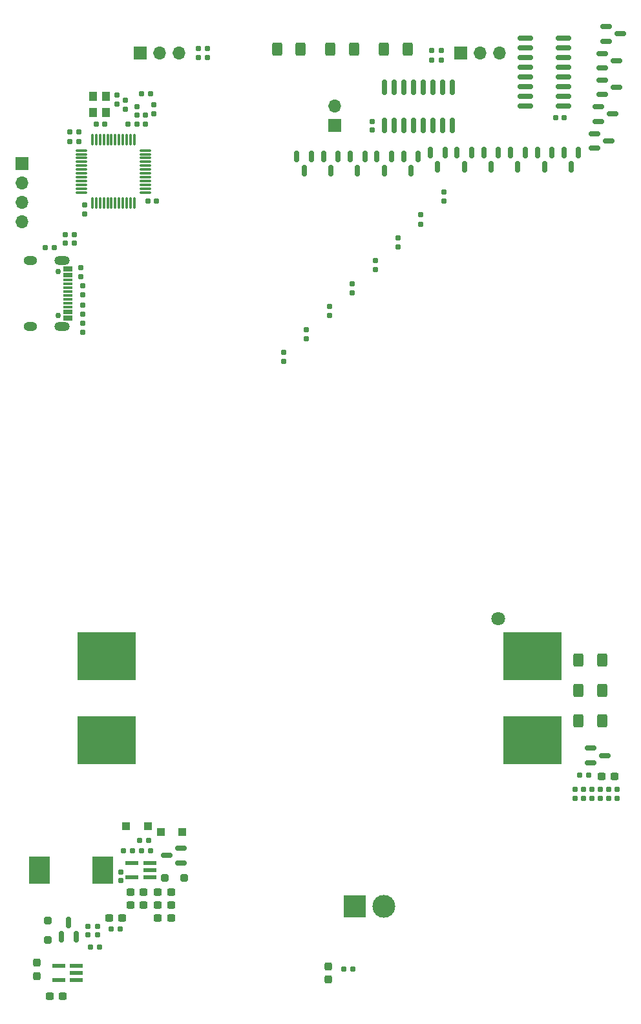
<source format=gbr>
%TF.GenerationSoftware,KiCad,Pcbnew,8.0.3*%
%TF.CreationDate,2024-07-19T04:01:03+08:00*%
%TF.ProjectId,pcb_badge,7063625f-6261-4646-9765-2e6b69636164,rev?*%
%TF.SameCoordinates,Original*%
%TF.FileFunction,Soldermask,Bot*%
%TF.FilePolarity,Negative*%
%FSLAX46Y46*%
G04 Gerber Fmt 4.6, Leading zero omitted, Abs format (unit mm)*
G04 Created by KiCad (PCBNEW 8.0.3) date 2024-07-19 04:01:03*
%MOMM*%
%LPD*%
G01*
G04 APERTURE LIST*
G04 Aperture macros list*
%AMRoundRect*
0 Rectangle with rounded corners*
0 $1 Rounding radius*
0 $2 $3 $4 $5 $6 $7 $8 $9 X,Y pos of 4 corners*
0 Add a 4 corners polygon primitive as box body*
4,1,4,$2,$3,$4,$5,$6,$7,$8,$9,$2,$3,0*
0 Add four circle primitives for the rounded corners*
1,1,$1+$1,$2,$3*
1,1,$1+$1,$4,$5*
1,1,$1+$1,$6,$7*
1,1,$1+$1,$8,$9*
0 Add four rect primitives between the rounded corners*
20,1,$1+$1,$2,$3,$4,$5,0*
20,1,$1+$1,$4,$5,$6,$7,0*
20,1,$1+$1,$6,$7,$8,$9,0*
20,1,$1+$1,$8,$9,$2,$3,0*%
G04 Aperture macros list end*
%ADD10R,1.700000X1.700000*%
%ADD11O,1.700000X1.700000*%
%ADD12R,3.000000X3.000000*%
%ADD13C,3.000000*%
%ADD14RoundRect,0.155000X0.212500X0.155000X-0.212500X0.155000X-0.212500X-0.155000X0.212500X-0.155000X0*%
%ADD15RoundRect,0.150000X-0.150000X0.587500X-0.150000X-0.587500X0.150000X-0.587500X0.150000X0.587500X0*%
%ADD16RoundRect,0.160000X0.160000X-0.197500X0.160000X0.197500X-0.160000X0.197500X-0.160000X-0.197500X0*%
%ADD17RoundRect,0.075000X-0.075000X0.662500X-0.075000X-0.662500X0.075000X-0.662500X0.075000X0.662500X0*%
%ADD18RoundRect,0.075000X-0.662500X0.075000X-0.662500X-0.075000X0.662500X-0.075000X0.662500X0.075000X0*%
%ADD19RoundRect,0.237500X-0.300000X-0.237500X0.300000X-0.237500X0.300000X0.237500X-0.300000X0.237500X0*%
%ADD20R,1.805236X0.612132*%
%ADD21RoundRect,0.250000X-0.250000X0.250000X-0.250000X-0.250000X0.250000X-0.250000X0.250000X0.250000X0*%
%ADD22RoundRect,0.160000X-0.160000X0.197500X-0.160000X-0.197500X0.160000X-0.197500X0.160000X0.197500X0*%
%ADD23RoundRect,0.250000X0.400000X0.625000X-0.400000X0.625000X-0.400000X-0.625000X0.400000X-0.625000X0*%
%ADD24C,0.750000*%
%ADD25R,1.300000X0.300000*%
%ADD26O,1.800000X1.200000*%
%ADD27O,2.000000X1.200000*%
%ADD28RoundRect,0.160000X-0.197500X-0.160000X0.197500X-0.160000X0.197500X0.160000X-0.197500X0.160000X0*%
%ADD29RoundRect,0.237500X-0.237500X0.300000X-0.237500X-0.300000X0.237500X-0.300000X0.237500X0.300000X0*%
%ADD30RoundRect,0.150000X-0.587500X-0.150000X0.587500X-0.150000X0.587500X0.150000X-0.587500X0.150000X0*%
%ADD31RoundRect,0.160000X0.197500X0.160000X-0.197500X0.160000X-0.197500X-0.160000X0.197500X-0.160000X0*%
%ADD32RoundRect,0.155000X-0.212500X-0.155000X0.212500X-0.155000X0.212500X0.155000X-0.212500X0.155000X0*%
%ADD33RoundRect,0.155000X-0.155000X0.212500X-0.155000X-0.212500X0.155000X-0.212500X0.155000X0.212500X0*%
%ADD34RoundRect,0.150000X0.587500X0.150000X-0.587500X0.150000X-0.587500X-0.150000X0.587500X-0.150000X0*%
%ADD35RoundRect,0.150000X-0.850000X-0.150000X0.850000X-0.150000X0.850000X0.150000X-0.850000X0.150000X0*%
%ADD36RoundRect,0.250000X-0.300000X-0.300000X0.300000X-0.300000X0.300000X0.300000X-0.300000X0.300000X0*%
%ADD37RoundRect,0.150000X-0.150000X0.850000X-0.150000X-0.850000X0.150000X-0.850000X0.150000X0.850000X0*%
%ADD38RoundRect,0.237500X0.300000X0.237500X-0.300000X0.237500X-0.300000X-0.237500X0.300000X-0.237500X0*%
%ADD39C,1.800000*%
%ADD40RoundRect,0.102000X3.725000X3.050000X-3.725000X3.050000X-3.725000X-3.050000X3.725000X-3.050000X0*%
%ADD41R,2.700000X3.600000*%
%ADD42RoundRect,0.155000X0.155000X-0.212500X0.155000X0.212500X-0.155000X0.212500X-0.155000X-0.212500X0*%
%ADD43R,1.100000X1.300000*%
%ADD44RoundRect,0.150000X0.150000X-0.587500X0.150000X0.587500X-0.150000X0.587500X-0.150000X-0.587500X0*%
%ADD45RoundRect,0.250000X0.250000X0.250000X-0.250000X0.250000X-0.250000X-0.250000X0.250000X-0.250000X0*%
%ADD46RoundRect,0.250000X0.300000X0.300000X-0.300000X0.300000X-0.300000X-0.300000X0.300000X-0.300000X0*%
G04 APERTURE END LIST*
D10*
%TO.C,J5*%
X133500000Y-34500000D03*
D11*
X136040000Y-34500000D03*
X138580000Y-34500000D03*
%TD*%
D10*
%TO.C,J7*%
X117000000Y-44000000D03*
D11*
X117000000Y-41460000D03*
%TD*%
D12*
%TO.C,J2*%
X119592500Y-146250000D03*
D13*
X123472500Y-146250000D03*
%TD*%
D10*
%TO.C,J4*%
X91500000Y-34500000D03*
D11*
X94040000Y-34500000D03*
X96580000Y-34500000D03*
%TD*%
D10*
%TO.C,J3*%
X76000002Y-49000000D03*
D11*
X76000002Y-51540000D03*
X76000002Y-54080000D03*
X76000002Y-56620000D03*
%TD*%
D14*
%TO.C,C40*%
X147067502Y-43000000D03*
X145932502Y-43000000D03*
%TD*%
D15*
%TO.C,Q90*%
X140050002Y-47562500D03*
X141950002Y-47562500D03*
X141000002Y-49437500D03*
%TD*%
D16*
%TO.C,R24*%
X83700000Y-63797500D03*
X83700000Y-62602500D03*
%TD*%
D17*
%TO.C,U3*%
X85250002Y-45837500D03*
X85750002Y-45837500D03*
X86250002Y-45837500D03*
X86750002Y-45837500D03*
X87250002Y-45837500D03*
X87750002Y-45837500D03*
X88250002Y-45837500D03*
X88750002Y-45837500D03*
X89250002Y-45837500D03*
X89750002Y-45837500D03*
X90250002Y-45837500D03*
X90750002Y-45837500D03*
D18*
X92162502Y-47250000D03*
X92162502Y-47750000D03*
X92162502Y-48250000D03*
X92162502Y-48750000D03*
X92162502Y-49250000D03*
X92162502Y-49750000D03*
X92162502Y-50250000D03*
X92162502Y-50750000D03*
X92162502Y-51250000D03*
X92162502Y-51750000D03*
X92162502Y-52250000D03*
X92162502Y-52750000D03*
D17*
X90750002Y-54162500D03*
X90250002Y-54162500D03*
X89750002Y-54162500D03*
X89250002Y-54162500D03*
X88750002Y-54162500D03*
X88250002Y-54162500D03*
X87750002Y-54162500D03*
X87250002Y-54162500D03*
X86750002Y-54162500D03*
X86250002Y-54162500D03*
X85750002Y-54162500D03*
X85250002Y-54162500D03*
D18*
X83837502Y-52750000D03*
X83837502Y-52250000D03*
X83837502Y-51750000D03*
X83837502Y-51250000D03*
X83837502Y-50750000D03*
X83837502Y-50250000D03*
X83837502Y-49750000D03*
X83837502Y-49250000D03*
X83837502Y-48750000D03*
X83837502Y-48250000D03*
X83837502Y-47750000D03*
X83837502Y-47250000D03*
%TD*%
D19*
%TO.C,C24*%
X93837502Y-146100000D03*
X95562502Y-146100000D03*
%TD*%
D20*
%TO.C,U1*%
X83150483Y-154049999D03*
X83150483Y-155000000D03*
X83150483Y-155950001D03*
X80849517Y-155950001D03*
X80849517Y-154049999D03*
%TD*%
D21*
%TO.C,D9*%
X79400002Y-148150000D03*
X79400002Y-150650000D03*
%TD*%
D22*
%TO.C,R97*%
X131300002Y-52702500D03*
X131300002Y-53897500D03*
%TD*%
D23*
%TO.C,R164*%
X112550000Y-34000000D03*
X109450000Y-34000000D03*
%TD*%
D14*
%TO.C,C32*%
X83467502Y-46100000D03*
X82332502Y-46100000D03*
%TD*%
D24*
%TO.C,J1*%
X80810000Y-68900000D03*
X80810000Y-63100000D03*
D25*
X82070000Y-69350000D03*
X82070000Y-68550000D03*
X82070000Y-67250000D03*
X82070000Y-66250000D03*
X82070000Y-65750000D03*
X82070000Y-64750000D03*
X82070000Y-63450000D03*
X82070000Y-62650000D03*
X82070000Y-62950000D03*
X82070000Y-63750000D03*
X82070000Y-64250000D03*
X82070000Y-65250000D03*
X82070000Y-66750000D03*
X82070000Y-67750000D03*
X82070000Y-68250000D03*
X82070000Y-69050000D03*
D26*
X77130000Y-70330000D03*
D27*
X81310000Y-70330000D03*
D26*
X77130000Y-61670000D03*
D27*
X81310000Y-61670000D03*
%TD*%
D16*
%TO.C,R32*%
X148500000Y-132097500D03*
X148500000Y-130902500D03*
%TD*%
D28*
%TO.C,R10*%
X85002502Y-151600000D03*
X86197502Y-151600000D03*
%TD*%
D29*
%TO.C,C11*%
X78000000Y-153637500D03*
X78000000Y-155362500D03*
%TD*%
D16*
%TO.C,R36*%
X150700000Y-132097500D03*
X150700000Y-130902500D03*
%TD*%
D30*
%TO.C,Q9*%
X150562502Y-127450000D03*
X150562502Y-125550000D03*
X152437502Y-126500000D03*
%TD*%
D16*
%TO.C,R4*%
X93300000Y-42497500D03*
X93300000Y-41302500D03*
%TD*%
%TO.C,R35*%
X151800000Y-132097500D03*
X151800000Y-130902500D03*
%TD*%
D23*
%TO.C,R165*%
X152050000Y-114000000D03*
X148950000Y-114000000D03*
%TD*%
D19*
%TO.C,C25*%
X93837502Y-144400000D03*
X95562502Y-144400000D03*
%TD*%
D31*
%TO.C,R17*%
X82897502Y-58300000D03*
X81702502Y-58300000D03*
%TD*%
D32*
%TO.C,C30*%
X92532502Y-53900000D03*
X93667502Y-53900000D03*
%TD*%
%TO.C,C38*%
X85732502Y-43800000D03*
X86867502Y-43800000D03*
%TD*%
D31*
%TO.C,R19*%
X85897502Y-150000000D03*
X84702502Y-150000000D03*
%TD*%
D16*
%TO.C,R21*%
X89600000Y-41897500D03*
X89600000Y-40702500D03*
%TD*%
D29*
%TO.C,C60*%
X116200000Y-154137500D03*
X116200000Y-155862500D03*
%TD*%
D15*
%TO.C,Q99*%
X115550002Y-48062500D03*
X117450002Y-48062500D03*
X116500002Y-49937500D03*
%TD*%
D16*
%TO.C,R34*%
X152900000Y-132097500D03*
X152900000Y-130902500D03*
%TD*%
%TO.C,R31*%
X149600000Y-132097500D03*
X149600000Y-130902500D03*
%TD*%
D31*
%TO.C,R20*%
X83497502Y-44800000D03*
X82302502Y-44800000D03*
%TD*%
D22*
%TO.C,R96*%
X128300002Y-55702500D03*
X128300002Y-56897500D03*
%TD*%
D19*
%TO.C,C20*%
X87437502Y-147800000D03*
X89162502Y-147800000D03*
%TD*%
D31*
%TO.C,R23*%
X92897502Y-139000000D03*
X91702502Y-139000000D03*
%TD*%
D16*
%TO.C,R6*%
X99100000Y-35097500D03*
X99100000Y-33902500D03*
%TD*%
D22*
%TO.C,R95*%
X125300002Y-58702500D03*
X125300002Y-59897500D03*
%TD*%
D33*
%TO.C,C21*%
X89000002Y-141732500D03*
X89000002Y-142867500D03*
%TD*%
D15*
%TO.C,Q91*%
X143550002Y-47562500D03*
X145450002Y-47562500D03*
X144500002Y-49437500D03*
%TD*%
D30*
%TO.C,Q94*%
X151562502Y-43450000D03*
X151562502Y-41550000D03*
X153437502Y-42500000D03*
%TD*%
D33*
%TO.C,C37*%
X88500000Y-40032500D03*
X88500000Y-41167500D03*
%TD*%
D28*
%TO.C,R11*%
X91702500Y-39800000D03*
X92897500Y-39800000D03*
%TD*%
D15*
%TO.C,Q915*%
X136550002Y-47562500D03*
X138450002Y-47562500D03*
X137500002Y-49437500D03*
%TD*%
D31*
%TO.C,R5*%
X92597502Y-137600000D03*
X91402502Y-137600000D03*
%TD*%
D22*
%TO.C,R90*%
X110300002Y-73702500D03*
X110300002Y-74897500D03*
%TD*%
D15*
%TO.C,Q98*%
X112050002Y-48062500D03*
X113950002Y-48062500D03*
X113000002Y-49937500D03*
%TD*%
D14*
%TO.C,C33*%
X91067500Y-43800000D03*
X89932500Y-43800000D03*
%TD*%
D34*
%TO.C,Q2*%
X96837502Y-138650000D03*
X96837502Y-140550000D03*
X94962502Y-139600000D03*
%TD*%
D23*
%TO.C,R166*%
X126550000Y-34000000D03*
X123450000Y-34000000D03*
%TD*%
D19*
%TO.C,C10*%
X79637500Y-158000000D03*
X81362500Y-158000000D03*
%TD*%
D22*
%TO.C,R92*%
X116300002Y-67702500D03*
X116300002Y-68897500D03*
%TD*%
D16*
%TO.C,R9*%
X129700000Y-35397500D03*
X129700000Y-34202500D03*
%TD*%
D28*
%TO.C,R16*%
X81702502Y-59400000D03*
X82897502Y-59400000D03*
%TD*%
D15*
%TO.C,Q911*%
X122550002Y-48062500D03*
X124450002Y-48062500D03*
X123500002Y-49937500D03*
%TD*%
%TO.C,Q912*%
X126050002Y-48062500D03*
X127950002Y-48062500D03*
X127000002Y-49937500D03*
%TD*%
D35*
%TO.C,U4*%
X142000000Y-41445000D03*
X142000000Y-40175000D03*
X142000000Y-38905000D03*
X142000000Y-37635000D03*
X142000000Y-36365000D03*
X142000000Y-35095000D03*
X142000000Y-33825000D03*
X142000000Y-32555000D03*
X147000000Y-32555000D03*
X147000000Y-33825000D03*
X147000000Y-35095000D03*
X147000000Y-36365000D03*
X147000000Y-37635000D03*
X147000000Y-38905000D03*
X147000000Y-40175000D03*
X147000000Y-41445000D03*
%TD*%
D32*
%TO.C,C1*%
X87732502Y-149250000D03*
X88867502Y-149250000D03*
%TD*%
D33*
%TO.C,C31*%
X84200002Y-54432500D03*
X84200002Y-55567500D03*
%TD*%
D36*
%TO.C,D2*%
X89700002Y-135750000D03*
X92500002Y-135750000D03*
%TD*%
D15*
%TO.C,Q914*%
X133050002Y-47562500D03*
X134950002Y-47562500D03*
X134000002Y-49437500D03*
%TD*%
D37*
%TO.C,U8*%
X123555000Y-39000000D03*
X124825000Y-39000000D03*
X126095000Y-39000000D03*
X127365000Y-39000000D03*
X128635000Y-39000000D03*
X129905000Y-39000000D03*
X131175000Y-39000000D03*
X132445000Y-39000000D03*
X132445000Y-44000000D03*
X131175000Y-44000000D03*
X129905000Y-44000000D03*
X128635000Y-44000000D03*
X127365000Y-44000000D03*
X126095000Y-44000000D03*
X124825000Y-44000000D03*
X123555000Y-44000000D03*
%TD*%
D31*
%TO.C,R3*%
X80297500Y-60000000D03*
X79102500Y-60000000D03*
%TD*%
D33*
%TO.C,C34*%
X91100000Y-41532500D03*
X91100000Y-42667500D03*
%TD*%
D23*
%TO.C,R162*%
X152050000Y-122000000D03*
X148950000Y-122000000D03*
%TD*%
D20*
%TO.C,U2*%
X92750485Y-140549999D03*
X92750485Y-141500000D03*
X92750485Y-142450001D03*
X90449519Y-142450001D03*
X90449519Y-140549999D03*
%TD*%
D22*
%TO.C,R2*%
X84000000Y-65002500D03*
X84000000Y-66197500D03*
%TD*%
D38*
%TO.C,C22*%
X91962502Y-144400000D03*
X90237502Y-144400000D03*
%TD*%
%TO.C,C92*%
X153662500Y-129200000D03*
X151937500Y-129200000D03*
%TD*%
D22*
%TO.C,R1*%
X84000000Y-67502500D03*
X84000000Y-68697500D03*
%TD*%
D16*
%TO.C,R7*%
X131000002Y-35397500D03*
X131000002Y-34202500D03*
%TD*%
D15*
%TO.C,Q92*%
X147050002Y-47562500D03*
X148950002Y-47562500D03*
X148000002Y-49437500D03*
%TD*%
D28*
%TO.C,R18*%
X84702502Y-148900000D03*
X85897502Y-148900000D03*
%TD*%
D16*
%TO.C,R33*%
X154000000Y-132097500D03*
X154000000Y-130902500D03*
%TD*%
D39*
%TO.C,BT1*%
X138450000Y-108550000D03*
D40*
X87125000Y-113500000D03*
X142875000Y-113500000D03*
X142875000Y-124500000D03*
X87125000Y-124500000D03*
%TD*%
D15*
%TO.C,Q910*%
X119050002Y-48062500D03*
X120950002Y-48062500D03*
X120000002Y-49937500D03*
%TD*%
D22*
%TO.C,R93*%
X119300002Y-64702500D03*
X119300002Y-65897500D03*
%TD*%
D38*
%TO.C,C26*%
X91962502Y-146100000D03*
X90237502Y-146100000D03*
%TD*%
D41*
%TO.C,L20*%
X78350002Y-141500000D03*
X86650002Y-141500000D03*
%TD*%
D16*
%TO.C,R25*%
X84000000Y-71097500D03*
X84000000Y-69902500D03*
%TD*%
D30*
%TO.C,Q96*%
X152062502Y-36450000D03*
X152062502Y-34550000D03*
X153937502Y-35500000D03*
%TD*%
D23*
%TO.C,R167*%
X119550000Y-34000000D03*
X116450000Y-34000000D03*
%TD*%
D16*
%TO.C,R8*%
X100300000Y-35097500D03*
X100300000Y-33902500D03*
%TD*%
D42*
%TO.C,C80*%
X121900000Y-44567500D03*
X121900000Y-43432500D03*
%TD*%
D19*
%TO.C,C23*%
X93837502Y-147800000D03*
X95562502Y-147800000D03*
%TD*%
D28*
%TO.C,R22*%
X89302502Y-139000000D03*
X90497502Y-139000000D03*
%TD*%
D22*
%TO.C,R91*%
X113300002Y-70702500D03*
X113300002Y-71897500D03*
%TD*%
D28*
%TO.C,R61*%
X118202500Y-154500000D03*
X119397500Y-154500000D03*
%TD*%
D23*
%TO.C,R163*%
X152050000Y-118000000D03*
X148950000Y-118000000D03*
%TD*%
D43*
%TO.C,Y1*%
X87025000Y-40150000D03*
X87025000Y-42250000D03*
X85375000Y-42250000D03*
X85375000Y-40150000D03*
%TD*%
D22*
%TO.C,R94*%
X122300002Y-61702500D03*
X122300002Y-62897500D03*
%TD*%
D44*
%TO.C,Q1*%
X83112502Y-150237500D03*
X81212502Y-150237500D03*
X82162502Y-148362500D03*
%TD*%
D45*
%TO.C,D1*%
X97250002Y-142500000D03*
X94750002Y-142500000D03*
%TD*%
D30*
%TO.C,Q93*%
X151062502Y-46950000D03*
X151062502Y-45050000D03*
X152937502Y-46000000D03*
%TD*%
%TO.C,Q97*%
X152562502Y-32950000D03*
X152562502Y-31050000D03*
X154437502Y-32000000D03*
%TD*%
D16*
%TO.C,R30*%
X92200000Y-43797500D03*
X92200000Y-42602500D03*
%TD*%
D15*
%TO.C,Q913*%
X129550002Y-47562500D03*
X131450002Y-47562500D03*
X130500002Y-49437500D03*
%TD*%
D30*
%TO.C,Q95*%
X152062502Y-39950000D03*
X152062502Y-38050000D03*
X153937502Y-39000000D03*
%TD*%
D28*
%TO.C,R14*%
X149102500Y-129100000D03*
X150297500Y-129100000D03*
%TD*%
D46*
%TO.C,D18*%
X97000002Y-136500000D03*
X94200002Y-136500000D03*
%TD*%
M02*

</source>
